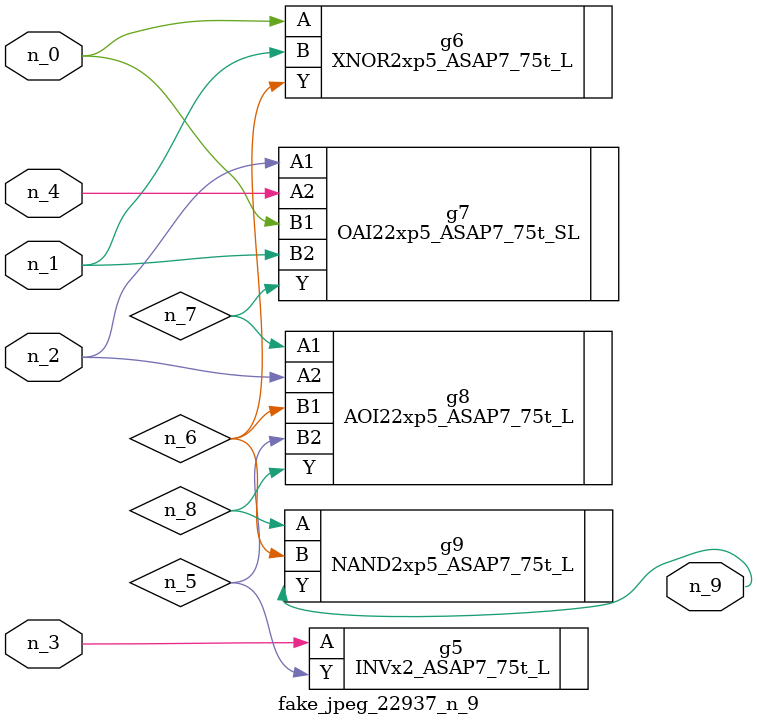
<source format=v>
module fake_jpeg_22937_n_9 (n_3, n_2, n_1, n_0, n_4, n_9);

input n_3;
input n_2;
input n_1;
input n_0;
input n_4;

output n_9;

wire n_8;
wire n_6;
wire n_5;
wire n_7;

INVx2_ASAP7_75t_L g5 ( 
.A(n_3),
.Y(n_5)
);

XNOR2xp5_ASAP7_75t_L g6 ( 
.A(n_0),
.B(n_1),
.Y(n_6)
);

OAI22xp5_ASAP7_75t_SL g7 ( 
.A1(n_2),
.A2(n_4),
.B1(n_0),
.B2(n_1),
.Y(n_7)
);

AOI22xp5_ASAP7_75t_L g8 ( 
.A1(n_7),
.A2(n_2),
.B1(n_6),
.B2(n_5),
.Y(n_8)
);

NAND2xp5_ASAP7_75t_L g9 ( 
.A(n_8),
.B(n_6),
.Y(n_9)
);


endmodule
</source>
